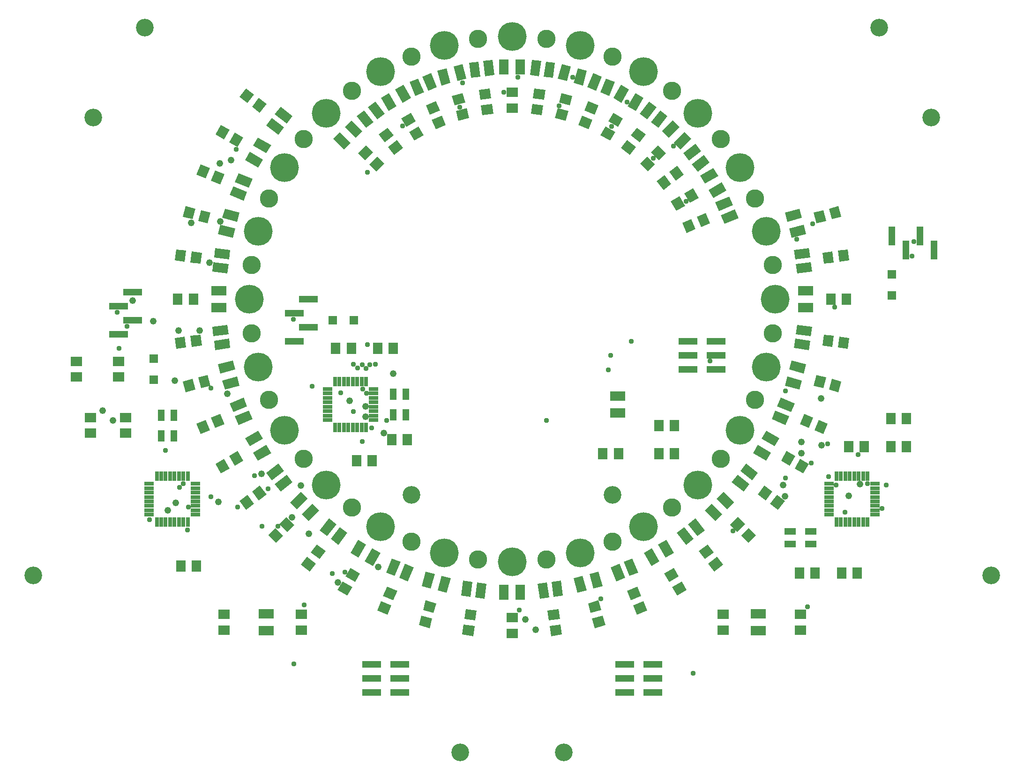
<source format=gbr>
G04 EAGLE Gerber RS-274X export*
G75*
%MOMM*%
%FSLAX34Y34*%
%LPD*%
%INSoldermask Top*%
%IPPOS*%
%AMOC8*
5,1,8,0,0,1.08239X$1,22.5*%
G01*
%ADD10C,3.203200*%
%ADD11C,3.303200*%
%ADD12C,5.203200*%
%ADD13R,0.753200X1.673200*%
%ADD14R,1.673200X0.753200*%
%ADD15R,2.800000X1.700000*%
%ADD16R,1.603200X1.603200*%
%ADD17R,2.006200X1.803200*%
%ADD18R,2.103200X1.303200*%
%ADD19R,1.803200X2.003200*%
%ADD20R,1.803200X2.006200*%
%ADD21R,1.303200X2.103200*%
%ADD22R,2.003200X1.803200*%
%ADD23R,2.743200X1.703200*%
%ADD24R,1.703200X2.743200*%
%ADD25R,3.505200X1.219200*%
%ADD26R,1.219200X3.505200*%
%ADD27C,1.219200*%
%ADD28C,0.959600*%


D10*
X-757016Y328810D03*
X-663266Y491190D03*
X663266Y491190D03*
X757016Y328810D03*
X865112Y-499473D03*
X-865112Y-499473D03*
X-93750Y-820000D03*
X93750Y-820000D03*
X-181775Y-353843D03*
X181775Y-353843D03*
D11*
X-470936Y62000D03*
X-438843Y181775D03*
X-376843Y289162D03*
X-289162Y376843D03*
X-181775Y438843D03*
X-62000Y470936D03*
X-62000Y-470936D03*
X-181775Y-438843D03*
X-289162Y-376843D03*
X-376843Y-289162D03*
X-438843Y-181775D03*
X-470936Y-62000D03*
X470936Y-62000D03*
X438843Y-181775D03*
X376843Y-289162D03*
X289162Y-376843D03*
X181775Y-438843D03*
X62000Y-470936D03*
X62000Y470936D03*
X181775Y438843D03*
X289162Y376843D03*
X376843Y289162D03*
X438843Y181775D03*
X470936Y62000D03*
D12*
X-475000Y0D03*
X-458815Y122939D03*
X-411362Y237500D03*
X-335876Y335876D03*
X-237500Y411362D03*
X-122939Y458815D03*
X0Y-475000D03*
X-122939Y-458815D03*
X-237500Y-411362D03*
X-335876Y-335876D03*
X-411362Y-237500D03*
X-458815Y-122939D03*
X475000Y0D03*
X458815Y-122939D03*
X411362Y-237500D03*
X335876Y-335876D03*
X237500Y-411362D03*
X122939Y-458815D03*
X0Y475000D03*
X122939Y458815D03*
X237500Y411362D03*
X335876Y335876D03*
X411362Y237500D03*
X458815Y122939D03*
D13*
X585956Y-403500D03*
X593956Y-403500D03*
X601956Y-403500D03*
X609956Y-403500D03*
X617956Y-403500D03*
X625956Y-403500D03*
X633956Y-403500D03*
X641956Y-403500D03*
D14*
X655656Y-389800D03*
X655656Y-381800D03*
X655656Y-373800D03*
X655656Y-365800D03*
X655656Y-357800D03*
X655656Y-349800D03*
X655656Y-341800D03*
X655656Y-333800D03*
D13*
X641956Y-320100D03*
X633956Y-320100D03*
X625956Y-320100D03*
X617956Y-320100D03*
X609956Y-320100D03*
X601956Y-320100D03*
X593956Y-320100D03*
X585956Y-320100D03*
D14*
X572256Y-333800D03*
X572256Y-341800D03*
X572256Y-349800D03*
X572256Y-357800D03*
X572256Y-365800D03*
X572256Y-373800D03*
X572256Y-381800D03*
X572256Y-389800D03*
D15*
X444500Y-599200D03*
X444500Y-569200D03*
D16*
X685800Y44400D03*
X685800Y6400D03*
D17*
X381000Y-569980D03*
X381000Y-598420D03*
X520700Y-569980D03*
X520700Y-598420D03*
D18*
X502200Y-443300D03*
X539200Y-420300D03*
X502200Y-420300D03*
X539200Y-443300D03*
D19*
X519400Y-495300D03*
X547400Y-495300D03*
X595600Y-495300D03*
X623600Y-495300D03*
X636300Y-266700D03*
X608300Y-266700D03*
X684500Y-266700D03*
X712500Y-266700D03*
X684500Y-215900D03*
X712500Y-215900D03*
D14*
X-333500Y-162500D03*
X-333500Y-170500D03*
X-333500Y-178500D03*
X-333500Y-186500D03*
X-333500Y-194500D03*
X-333500Y-202500D03*
X-333500Y-210500D03*
X-333500Y-218500D03*
D13*
X-319800Y-232200D03*
X-311800Y-232200D03*
X-303800Y-232200D03*
X-295800Y-232200D03*
X-287800Y-232200D03*
X-279800Y-232200D03*
X-271800Y-232200D03*
X-263800Y-232200D03*
D14*
X-250100Y-218500D03*
X-250100Y-210500D03*
X-250100Y-202500D03*
X-250100Y-194500D03*
X-250100Y-186500D03*
X-250100Y-178500D03*
X-250100Y-170500D03*
X-250100Y-162500D03*
D13*
X-263800Y-148800D03*
X-271800Y-148800D03*
X-279800Y-148800D03*
X-287800Y-148800D03*
X-295800Y-148800D03*
X-303800Y-148800D03*
X-311800Y-148800D03*
X-319800Y-148800D03*
D15*
X190500Y-205500D03*
X190500Y-175500D03*
D16*
X-285800Y-38100D03*
X-323800Y-38100D03*
D20*
X-290580Y-88900D03*
X-319020Y-88900D03*
X163580Y-279400D03*
X192020Y-279400D03*
D21*
X-191700Y-209000D03*
X-214700Y-172000D03*
X-214700Y-209000D03*
X-191700Y-172000D03*
D19*
X-252700Y-292100D03*
X-280700Y-292100D03*
X-217200Y-254000D03*
X-189200Y-254000D03*
X293400Y-228600D03*
X265400Y-228600D03*
X293400Y-279400D03*
X265400Y-279400D03*
X-242600Y-88900D03*
X-214600Y-88900D03*
D13*
X-585956Y-320100D03*
X-593956Y-320100D03*
X-601956Y-320100D03*
X-609956Y-320100D03*
X-617956Y-320100D03*
X-625956Y-320100D03*
X-633956Y-320100D03*
X-641956Y-320100D03*
D14*
X-655656Y-333800D03*
X-655656Y-341800D03*
X-655656Y-349800D03*
X-655656Y-357800D03*
X-655656Y-365800D03*
X-655656Y-373800D03*
X-655656Y-381800D03*
X-655656Y-389800D03*
D13*
X-641956Y-403500D03*
X-633956Y-403500D03*
X-625956Y-403500D03*
X-617956Y-403500D03*
X-609956Y-403500D03*
X-601956Y-403500D03*
X-593956Y-403500D03*
X-585956Y-403500D03*
D14*
X-572256Y-389800D03*
X-572256Y-381800D03*
X-572256Y-373800D03*
X-572256Y-365800D03*
X-572256Y-357800D03*
X-572256Y-349800D03*
X-572256Y-341800D03*
X-572256Y-333800D03*
D15*
X-444500Y-569200D03*
X-444500Y-599200D03*
D16*
X-647700Y-146000D03*
X-647700Y-108000D03*
D17*
X-381000Y-598420D03*
X-381000Y-569980D03*
X-520700Y-569980D03*
X-520700Y-598420D03*
D21*
X-633800Y-210100D03*
X-610800Y-247100D03*
X-610800Y-210100D03*
X-633800Y-247100D03*
D22*
X-762000Y-242600D03*
X-762000Y-214600D03*
X-698500Y-242600D03*
X-698500Y-214600D03*
D19*
X-570200Y-482600D03*
X-598200Y-482600D03*
D22*
X-711200Y-113000D03*
X-711200Y-141000D03*
X-787400Y-113000D03*
X-787400Y-141000D03*
D23*
G36*
X-66821Y-539610D02*
X-63240Y-512413D01*
X-46355Y-514636D01*
X-49936Y-541833D01*
X-66821Y-539610D01*
G37*
G36*
X-92003Y-536295D02*
X-88422Y-509098D01*
X-71537Y-511321D01*
X-75118Y-538518D01*
X-92003Y-536295D01*
G37*
D24*
X15000Y-530000D03*
X-15000Y-530000D03*
D20*
G36*
X-89989Y-606680D02*
X-87635Y-588803D01*
X-67745Y-591422D01*
X-70099Y-609299D01*
X-89989Y-606680D01*
G37*
G36*
X-86276Y-578483D02*
X-83922Y-560606D01*
X-64032Y-563225D01*
X-66386Y-581102D01*
X-86276Y-578483D01*
G37*
D17*
X0Y-575780D03*
X0Y-604220D03*
D23*
G36*
X75118Y-538518D02*
X71537Y-511321D01*
X88422Y-509098D01*
X92003Y-536295D01*
X75118Y-538518D01*
G37*
G36*
X49936Y-541833D02*
X46355Y-514636D01*
X63240Y-512413D01*
X66821Y-539610D01*
X49936Y-541833D01*
G37*
G36*
X146988Y-523510D02*
X139888Y-497014D01*
X156338Y-492606D01*
X163438Y-519102D01*
X146988Y-523510D01*
G37*
G36*
X118010Y-531275D02*
X110910Y-504779D01*
X127360Y-500371D01*
X134460Y-526867D01*
X118010Y-531275D01*
G37*
D20*
G36*
X70099Y-609299D02*
X67745Y-591422D01*
X87635Y-588803D01*
X89989Y-606680D01*
X70099Y-609299D01*
G37*
G36*
X66386Y-581102D02*
X64032Y-563225D01*
X83922Y-560606D01*
X86276Y-578483D01*
X66386Y-581102D01*
G37*
G36*
X156378Y-544856D02*
X161045Y-562273D01*
X141668Y-567466D01*
X137001Y-550049D01*
X156378Y-544856D01*
G37*
G36*
X163739Y-572327D02*
X168406Y-589744D01*
X149029Y-594937D01*
X144362Y-577520D01*
X163739Y-572327D01*
G37*
D23*
G36*
X211937Y-500726D02*
X201439Y-475384D01*
X217173Y-468866D01*
X227671Y-494208D01*
X211937Y-500726D01*
G37*
G36*
X188471Y-510446D02*
X177973Y-485104D01*
X193707Y-478586D01*
X204205Y-503928D01*
X188471Y-510446D01*
G37*
G36*
X277473Y-467629D02*
X263757Y-443873D01*
X278507Y-435357D01*
X292223Y-459113D01*
X277473Y-467629D01*
G37*
G36*
X251493Y-482629D02*
X237777Y-458873D01*
X252527Y-450357D01*
X266243Y-474113D01*
X251493Y-482629D01*
G37*
D20*
G36*
X225408Y-570395D02*
X218508Y-553736D01*
X237042Y-546059D01*
X243942Y-562718D01*
X225408Y-570395D01*
G37*
G36*
X214524Y-544119D02*
X207624Y-527460D01*
X226158Y-519783D01*
X233058Y-536442D01*
X214524Y-544119D01*
G37*
G36*
X292069Y-485817D02*
X301085Y-501432D01*
X283711Y-511463D01*
X274695Y-495848D01*
X292069Y-485817D01*
G37*
G36*
X306289Y-510447D02*
X315305Y-526062D01*
X297931Y-536093D01*
X288915Y-520478D01*
X306289Y-510447D01*
G37*
D23*
G36*
X334312Y-428811D02*
X317614Y-407049D01*
X331126Y-396681D01*
X347824Y-418443D01*
X334312Y-428811D01*
G37*
G36*
X314161Y-444274D02*
X297463Y-422512D01*
X310975Y-412144D01*
X327673Y-433906D01*
X314161Y-444274D01*
G37*
G36*
X389049Y-379880D02*
X369653Y-360484D01*
X381697Y-348440D01*
X401093Y-367836D01*
X389049Y-379880D01*
G37*
G36*
X367836Y-401093D02*
X348440Y-381697D01*
X360484Y-369653D01*
X379880Y-389049D01*
X367836Y-401093D01*
G37*
D20*
G36*
X365357Y-492619D02*
X354380Y-478314D01*
X370295Y-466101D01*
X381272Y-480406D01*
X365357Y-492619D01*
G37*
G36*
X348044Y-470056D02*
X337067Y-455751D01*
X352982Y-443538D01*
X363959Y-457843D01*
X348044Y-470056D01*
G37*
G36*
X407855Y-393670D02*
X420606Y-406421D01*
X406421Y-420606D01*
X393670Y-407855D01*
X407855Y-393670D01*
G37*
G36*
X427965Y-413780D02*
X440716Y-426531D01*
X426531Y-440716D01*
X413780Y-427965D01*
X427965Y-413780D01*
G37*
D23*
G36*
X433906Y-327673D02*
X412144Y-310975D01*
X422512Y-297463D01*
X444274Y-314161D01*
X433906Y-327673D01*
G37*
G36*
X418443Y-347824D02*
X396681Y-331126D01*
X407049Y-317614D01*
X428811Y-334312D01*
X418443Y-347824D01*
G37*
G36*
X474113Y-266243D02*
X450357Y-252527D01*
X458873Y-237777D01*
X482629Y-251493D01*
X474113Y-266243D01*
G37*
G36*
X459113Y-292223D02*
X435357Y-278507D01*
X443873Y-263757D01*
X467629Y-277473D01*
X459113Y-292223D01*
G37*
D20*
G36*
X480406Y-381272D02*
X466101Y-370295D01*
X478314Y-354380D01*
X492619Y-365357D01*
X480406Y-381272D01*
G37*
G36*
X457843Y-363959D02*
X443538Y-352982D01*
X455751Y-337067D01*
X470056Y-348044D01*
X457843Y-363959D01*
G37*
G36*
X495848Y-274695D02*
X511463Y-283711D01*
X501432Y-301085D01*
X485817Y-292069D01*
X495848Y-274695D01*
G37*
G36*
X520478Y-288915D02*
X536093Y-297931D01*
X526062Y-315305D01*
X510447Y-306289D01*
X520478Y-288915D01*
G37*
D23*
G36*
X503928Y-204205D02*
X478586Y-193707D01*
X485104Y-177973D01*
X510446Y-188471D01*
X503928Y-204205D01*
G37*
G36*
X494208Y-227671D02*
X468866Y-217173D01*
X475384Y-201439D01*
X500726Y-211937D01*
X494208Y-227671D01*
G37*
G36*
X526867Y-134460D02*
X500371Y-127360D01*
X504779Y-110910D01*
X531275Y-118010D01*
X526867Y-134460D01*
G37*
G36*
X519102Y-163438D02*
X492606Y-156338D01*
X497014Y-139888D01*
X523510Y-146988D01*
X519102Y-163438D01*
G37*
D20*
G36*
X562718Y-243942D02*
X546059Y-237042D01*
X553736Y-218508D01*
X570395Y-225408D01*
X562718Y-243942D01*
G37*
G36*
X536442Y-233058D02*
X519783Y-226158D01*
X527460Y-207624D01*
X544119Y-214524D01*
X536442Y-233058D01*
G37*
G36*
X550049Y-137001D02*
X567466Y-141668D01*
X562273Y-161045D01*
X544856Y-156378D01*
X550049Y-137001D01*
G37*
G36*
X577520Y-144362D02*
X594937Y-149029D01*
X589744Y-168406D01*
X572327Y-163739D01*
X577520Y-144362D01*
G37*
D23*
G36*
X539610Y-66821D02*
X512413Y-63240D01*
X514636Y-46355D01*
X541833Y-49936D01*
X539610Y-66821D01*
G37*
G36*
X536295Y-92003D02*
X509098Y-88422D01*
X511321Y-71537D01*
X538518Y-75118D01*
X536295Y-92003D01*
G37*
X530000Y15000D03*
X530000Y-15000D03*
D20*
G36*
X606680Y-89989D02*
X588803Y-87635D01*
X591422Y-67745D01*
X609299Y-70099D01*
X606680Y-89989D01*
G37*
G36*
X578483Y-86276D02*
X560606Y-83922D01*
X563225Y-64032D01*
X581102Y-66386D01*
X578483Y-86276D01*
G37*
X575780Y0D03*
X604220Y0D03*
D23*
G36*
X538518Y75118D02*
X511321Y71537D01*
X509098Y88422D01*
X536295Y92003D01*
X538518Y75118D01*
G37*
G36*
X541833Y49936D02*
X514636Y46355D01*
X512413Y63240D01*
X539610Y66821D01*
X541833Y49936D01*
G37*
G36*
X523510Y146988D02*
X497014Y139888D01*
X492606Y156338D01*
X519102Y163438D01*
X523510Y146988D01*
G37*
G36*
X531275Y118010D02*
X504779Y110910D01*
X500371Y127360D01*
X526867Y134460D01*
X531275Y118010D01*
G37*
D20*
G36*
X609299Y70099D02*
X591422Y67745D01*
X588803Y87635D01*
X606680Y89989D01*
X609299Y70099D01*
G37*
G36*
X581102Y66386D02*
X563225Y64032D01*
X560606Y83922D01*
X578483Y86276D01*
X581102Y66386D01*
G37*
G36*
X544856Y156378D02*
X562273Y161045D01*
X567466Y141668D01*
X550049Y137001D01*
X544856Y156378D01*
G37*
G36*
X572327Y163739D02*
X589744Y168406D01*
X594937Y149029D01*
X577520Y144362D01*
X572327Y163739D01*
G37*
D23*
G36*
X399099Y169842D02*
X373757Y159344D01*
X367239Y175078D01*
X392581Y185576D01*
X399099Y169842D01*
G37*
G36*
X408819Y146376D02*
X383477Y135878D01*
X376959Y151612D01*
X402301Y162110D01*
X408819Y146376D01*
G37*
G36*
X372367Y222473D02*
X348611Y208757D01*
X340095Y223507D01*
X363851Y237223D01*
X372367Y222473D01*
G37*
G36*
X387367Y196493D02*
X363611Y182777D01*
X355095Y197527D01*
X378851Y211243D01*
X387367Y196493D01*
G37*
D20*
G36*
X307291Y138141D02*
X323950Y145041D01*
X331627Y126507D01*
X314968Y119607D01*
X307291Y138141D01*
G37*
G36*
X333566Y149025D02*
X350225Y155925D01*
X357902Y137391D01*
X341243Y130491D01*
X333566Y149025D01*
G37*
G36*
X336907Y182931D02*
X321292Y173915D01*
X311261Y191289D01*
X326876Y200305D01*
X336907Y182931D01*
G37*
G36*
X312277Y168711D02*
X296662Y159695D01*
X286631Y177069D01*
X302246Y186085D01*
X312277Y168711D01*
G37*
D23*
G36*
X341542Y267348D02*
X319780Y250650D01*
X309412Y264162D01*
X331174Y280860D01*
X341542Y267348D01*
G37*
G36*
X357005Y247197D02*
X335243Y230499D01*
X324875Y244011D01*
X346637Y260709D01*
X357005Y247197D01*
G37*
G36*
X302098Y311267D02*
X282702Y291871D01*
X270658Y303915D01*
X290054Y323311D01*
X302098Y311267D01*
G37*
G36*
X323311Y290054D02*
X303915Y270658D01*
X291871Y282702D01*
X311267Y302098D01*
X323311Y290054D01*
G37*
D20*
G36*
X261067Y212967D02*
X275372Y223944D01*
X287585Y208029D01*
X273280Y197052D01*
X261067Y212967D01*
G37*
G36*
X283630Y230280D02*
X297935Y241257D01*
X310148Y225342D01*
X295843Y214365D01*
X283630Y230280D01*
G37*
G36*
X278081Y263896D02*
X265330Y251145D01*
X251145Y265330D01*
X263896Y278081D01*
X278081Y263896D01*
G37*
G36*
X257971Y243786D02*
X245220Y231035D01*
X231035Y245220D01*
X243786Y257971D01*
X257971Y243786D01*
G37*
D23*
G36*
X260709Y346637D02*
X244011Y324875D01*
X230499Y335243D01*
X247197Y357005D01*
X260709Y346637D01*
G37*
G36*
X280860Y331174D02*
X264162Y309412D01*
X250650Y319780D01*
X267348Y341542D01*
X280860Y331174D01*
G37*
G36*
X211243Y378851D02*
X197527Y355095D01*
X182777Y363611D01*
X196493Y387367D01*
X211243Y378851D01*
G37*
G36*
X237223Y363851D02*
X223507Y340095D01*
X208757Y348611D01*
X222473Y372367D01*
X237223Y363851D01*
G37*
D20*
G36*
X197052Y273280D02*
X208029Y287585D01*
X223944Y275372D01*
X212967Y261067D01*
X197052Y273280D01*
G37*
G36*
X214365Y295843D02*
X225342Y310148D01*
X241257Y297935D01*
X230280Y283630D01*
X214365Y295843D01*
G37*
G36*
X200305Y326876D02*
X191289Y311261D01*
X173915Y321292D01*
X182931Y336907D01*
X200305Y326876D01*
G37*
G36*
X186085Y302246D02*
X177069Y286631D01*
X159695Y296662D01*
X168711Y312277D01*
X186085Y302246D01*
G37*
D23*
G36*
X162110Y402301D02*
X151612Y376959D01*
X135878Y383477D01*
X146376Y408819D01*
X162110Y402301D01*
G37*
G36*
X185576Y392581D02*
X175078Y367239D01*
X159344Y373757D01*
X169842Y399099D01*
X185576Y392581D01*
G37*
G36*
X105990Y420615D02*
X98890Y394119D01*
X82440Y398527D01*
X89540Y425023D01*
X105990Y420615D01*
G37*
G36*
X134968Y412851D02*
X127868Y386355D01*
X111418Y390763D01*
X118518Y417259D01*
X134968Y412851D01*
G37*
D20*
G36*
X119607Y314968D02*
X126507Y331627D01*
X145041Y323950D01*
X138141Y307291D01*
X119607Y314968D01*
G37*
G36*
X130491Y341243D02*
X137391Y357902D01*
X155925Y350225D01*
X149025Y333566D01*
X130491Y341243D01*
G37*
G36*
X108877Y367581D02*
X104210Y350164D01*
X84833Y355357D01*
X89500Y372774D01*
X108877Y367581D01*
G37*
G36*
X101516Y340110D02*
X96849Y322693D01*
X77472Y327886D01*
X82139Y345303D01*
X101516Y340110D01*
G37*
D23*
G36*
X52463Y430552D02*
X48882Y403355D01*
X31997Y405578D01*
X35578Y432775D01*
X52463Y430552D01*
G37*
G36*
X77645Y427236D02*
X74064Y400039D01*
X57179Y402262D01*
X60760Y429459D01*
X77645Y427236D01*
G37*
D24*
X-15000Y420000D03*
X15000Y420000D03*
D20*
G36*
X34011Y335193D02*
X36365Y353070D01*
X56255Y350451D01*
X53901Y332574D01*
X34011Y335193D01*
G37*
G36*
X37724Y363390D02*
X40078Y381267D01*
X59968Y378648D01*
X57614Y360771D01*
X37724Y363390D01*
G37*
D17*
X0Y374220D03*
X0Y345780D03*
D23*
G36*
X-60760Y429459D02*
X-57179Y402262D01*
X-74064Y400039D01*
X-77645Y427236D01*
X-60760Y429459D01*
G37*
G36*
X-35578Y432775D02*
X-31997Y405578D01*
X-48882Y403355D01*
X-52463Y430552D01*
X-35578Y432775D01*
G37*
G36*
X-118518Y417259D02*
X-111418Y390763D01*
X-127868Y386355D01*
X-134968Y412851D01*
X-118518Y417259D01*
G37*
G36*
X-89540Y425023D02*
X-82440Y398527D01*
X-98890Y394119D01*
X-105990Y420615D01*
X-89540Y425023D01*
G37*
D20*
G36*
X-53901Y332574D02*
X-56255Y350451D01*
X-36365Y353070D01*
X-34011Y335193D01*
X-53901Y332574D01*
G37*
G36*
X-57614Y360771D02*
X-59968Y378648D01*
X-40078Y381267D01*
X-37724Y363390D01*
X-57614Y360771D01*
G37*
G36*
X-89500Y372774D02*
X-84833Y355357D01*
X-104210Y350164D01*
X-108877Y367581D01*
X-89500Y372774D01*
G37*
G36*
X-82139Y345303D02*
X-77472Y327886D01*
X-96849Y322693D01*
X-101516Y340110D01*
X-82139Y345303D01*
G37*
D23*
G36*
X-169842Y399099D02*
X-159344Y373757D01*
X-175078Y367239D01*
X-185576Y392581D01*
X-169842Y399099D01*
G37*
G36*
X-146376Y408819D02*
X-135878Y383477D01*
X-151612Y376959D01*
X-162110Y402301D01*
X-146376Y408819D01*
G37*
G36*
X-222473Y372367D02*
X-208757Y348611D01*
X-223507Y340095D01*
X-237223Y363851D01*
X-222473Y372367D01*
G37*
G36*
X-196493Y387367D02*
X-182777Y363611D01*
X-197527Y355095D01*
X-211243Y378851D01*
X-196493Y387367D01*
G37*
D20*
G36*
X-138141Y307291D02*
X-145041Y323950D01*
X-126507Y331627D01*
X-119607Y314968D01*
X-138141Y307291D01*
G37*
G36*
X-149025Y333566D02*
X-155925Y350225D01*
X-137391Y357902D01*
X-130491Y341243D01*
X-149025Y333566D01*
G37*
G36*
X-182931Y336907D02*
X-173915Y321292D01*
X-191289Y311261D01*
X-200305Y326876D01*
X-182931Y336907D01*
G37*
G36*
X-168711Y312277D02*
X-159695Y296662D01*
X-177069Y286631D01*
X-186085Y302246D01*
X-168711Y312277D01*
G37*
D23*
G36*
X-267348Y341542D02*
X-250650Y319780D01*
X-264162Y309412D01*
X-280860Y331174D01*
X-267348Y341542D01*
G37*
G36*
X-247197Y357005D02*
X-230499Y335243D01*
X-244011Y324875D01*
X-260709Y346637D01*
X-247197Y357005D01*
G37*
G36*
X-311267Y302098D02*
X-291871Y282702D01*
X-303915Y270658D01*
X-323311Y290054D01*
X-311267Y302098D01*
G37*
G36*
X-290054Y323311D02*
X-270658Y303915D01*
X-282702Y291871D01*
X-302098Y311267D01*
X-290054Y323311D01*
G37*
D20*
G36*
X-212967Y261067D02*
X-223944Y275372D01*
X-208029Y287585D01*
X-197052Y273280D01*
X-212967Y261067D01*
G37*
G36*
X-230280Y283630D02*
X-241257Y297935D01*
X-225342Y310148D01*
X-214365Y295843D01*
X-230280Y283630D01*
G37*
G36*
X-263896Y278081D02*
X-251145Y265330D01*
X-265330Y251145D01*
X-278081Y263896D01*
X-263896Y278081D01*
G37*
G36*
X-243786Y257971D02*
X-231035Y245220D01*
X-245220Y231035D01*
X-257971Y243786D01*
X-243786Y257971D01*
G37*
D23*
G36*
X-433906Y327673D02*
X-412144Y310975D01*
X-422512Y297463D01*
X-444274Y314161D01*
X-433906Y327673D01*
G37*
G36*
X-418443Y347824D02*
X-396681Y331126D01*
X-407049Y317614D01*
X-428811Y334312D01*
X-418443Y347824D01*
G37*
G36*
X-474113Y266243D02*
X-450357Y252527D01*
X-458873Y237777D01*
X-482629Y251493D01*
X-474113Y266243D01*
G37*
G36*
X-459113Y292223D02*
X-435357Y278507D01*
X-443873Y263757D01*
X-467629Y277473D01*
X-459113Y292223D01*
G37*
D20*
G36*
X-480406Y381272D02*
X-466101Y370295D01*
X-478314Y354380D01*
X-492619Y365357D01*
X-480406Y381272D01*
G37*
G36*
X-457843Y363959D02*
X-443538Y352982D01*
X-455751Y337067D01*
X-470056Y348044D01*
X-457843Y363959D01*
G37*
G36*
X-495848Y274695D02*
X-511463Y283711D01*
X-501432Y301085D01*
X-485817Y292069D01*
X-495848Y274695D01*
G37*
G36*
X-520478Y288915D02*
X-536093Y297931D01*
X-526062Y315305D01*
X-510447Y306289D01*
X-520478Y288915D01*
G37*
D23*
G36*
X-503928Y204205D02*
X-478586Y193707D01*
X-485104Y177973D01*
X-510446Y188471D01*
X-503928Y204205D01*
G37*
G36*
X-494208Y227671D02*
X-468866Y217173D01*
X-475384Y201439D01*
X-500726Y211937D01*
X-494208Y227671D01*
G37*
G36*
X-526867Y134460D02*
X-500371Y127360D01*
X-504779Y110910D01*
X-531275Y118010D01*
X-526867Y134460D01*
G37*
G36*
X-519102Y163438D02*
X-492606Y156338D01*
X-497014Y139888D01*
X-523510Y146988D01*
X-519102Y163438D01*
G37*
D20*
G36*
X-562718Y243942D02*
X-546059Y237042D01*
X-553736Y218508D01*
X-570395Y225408D01*
X-562718Y243942D01*
G37*
G36*
X-536442Y233058D02*
X-519783Y226158D01*
X-527460Y207624D01*
X-544119Y214524D01*
X-536442Y233058D01*
G37*
G36*
X-550049Y137001D02*
X-567466Y141668D01*
X-562273Y161045D01*
X-544856Y156378D01*
X-550049Y137001D01*
G37*
G36*
X-577520Y144362D02*
X-594937Y149029D01*
X-589744Y168406D01*
X-572327Y163739D01*
X-577520Y144362D01*
G37*
D23*
G36*
X-539610Y66821D02*
X-512413Y63240D01*
X-514636Y46355D01*
X-541833Y49936D01*
X-539610Y66821D01*
G37*
G36*
X-536295Y92003D02*
X-509098Y88422D01*
X-511321Y71537D01*
X-538518Y75118D01*
X-536295Y92003D01*
G37*
X-530000Y-15000D03*
X-530000Y15000D03*
D20*
G36*
X-606680Y89989D02*
X-588803Y87635D01*
X-591422Y67745D01*
X-609299Y70099D01*
X-606680Y89989D01*
G37*
G36*
X-578483Y86276D02*
X-560606Y83922D01*
X-563225Y64032D01*
X-581102Y66386D01*
X-578483Y86276D01*
G37*
X-575780Y0D03*
X-604220Y0D03*
D23*
G36*
X-538518Y-75118D02*
X-511321Y-71537D01*
X-509098Y-88422D01*
X-536295Y-92003D01*
X-538518Y-75118D01*
G37*
G36*
X-541833Y-49936D02*
X-514636Y-46355D01*
X-512413Y-63240D01*
X-539610Y-66821D01*
X-541833Y-49936D01*
G37*
G36*
X-523510Y-146988D02*
X-497014Y-139888D01*
X-492606Y-156338D01*
X-519102Y-163438D01*
X-523510Y-146988D01*
G37*
G36*
X-531275Y-118010D02*
X-504779Y-110910D01*
X-500371Y-127360D01*
X-526867Y-134460D01*
X-531275Y-118010D01*
G37*
D20*
G36*
X-609299Y-70099D02*
X-591422Y-67745D01*
X-588803Y-87635D01*
X-606680Y-89989D01*
X-609299Y-70099D01*
G37*
G36*
X-581102Y-66386D02*
X-563225Y-64032D01*
X-560606Y-83922D01*
X-578483Y-86276D01*
X-581102Y-66386D01*
G37*
G36*
X-544856Y-156378D02*
X-562273Y-161045D01*
X-567466Y-141668D01*
X-550049Y-137001D01*
X-544856Y-156378D01*
G37*
G36*
X-572327Y-163739D02*
X-589744Y-168406D01*
X-594937Y-149029D01*
X-577520Y-144362D01*
X-572327Y-163739D01*
G37*
D23*
G36*
X-500726Y-211937D02*
X-475384Y-201439D01*
X-468866Y-217173D01*
X-494208Y-227671D01*
X-500726Y-211937D01*
G37*
G36*
X-510446Y-188471D02*
X-485104Y-177973D01*
X-478586Y-193707D01*
X-503928Y-204205D01*
X-510446Y-188471D01*
G37*
G36*
X-467629Y-277473D02*
X-443873Y-263757D01*
X-435357Y-278507D01*
X-459113Y-292223D01*
X-467629Y-277473D01*
G37*
G36*
X-482629Y-251493D02*
X-458873Y-237777D01*
X-450357Y-252527D01*
X-474113Y-266243D01*
X-482629Y-251493D01*
G37*
D20*
G36*
X-570395Y-225408D02*
X-553736Y-218508D01*
X-546059Y-237042D01*
X-562718Y-243942D01*
X-570395Y-225408D01*
G37*
G36*
X-544119Y-214524D02*
X-527460Y-207624D01*
X-519783Y-226158D01*
X-536442Y-233058D01*
X-544119Y-214524D01*
G37*
G36*
X-485817Y-292069D02*
X-501432Y-301085D01*
X-511463Y-283711D01*
X-495848Y-274695D01*
X-485817Y-292069D01*
G37*
G36*
X-510447Y-306289D02*
X-526062Y-315305D01*
X-536093Y-297931D01*
X-520478Y-288915D01*
X-510447Y-306289D01*
G37*
D23*
G36*
X-428811Y-334312D02*
X-407049Y-317614D01*
X-396681Y-331126D01*
X-418443Y-347824D01*
X-428811Y-334312D01*
G37*
G36*
X-444274Y-314161D02*
X-422512Y-297463D01*
X-412144Y-310975D01*
X-433906Y-327673D01*
X-444274Y-314161D01*
G37*
G36*
X-379880Y-389049D02*
X-360484Y-369653D01*
X-348440Y-381697D01*
X-367836Y-401093D01*
X-379880Y-389049D01*
G37*
G36*
X-401093Y-367836D02*
X-381697Y-348440D01*
X-369653Y-360484D01*
X-389049Y-379880D01*
X-401093Y-367836D01*
G37*
D20*
G36*
X-492619Y-365357D02*
X-478314Y-354380D01*
X-466101Y-370295D01*
X-480406Y-381272D01*
X-492619Y-365357D01*
G37*
G36*
X-470056Y-348044D02*
X-455751Y-337067D01*
X-443538Y-352982D01*
X-457843Y-363959D01*
X-470056Y-348044D01*
G37*
G36*
X-393670Y-407855D02*
X-406421Y-420606D01*
X-420606Y-406421D01*
X-407855Y-393670D01*
X-393670Y-407855D01*
G37*
G36*
X-413780Y-427965D02*
X-426531Y-440716D01*
X-440716Y-426531D01*
X-427965Y-413780D01*
X-413780Y-427965D01*
G37*
D23*
G36*
X-327673Y-433906D02*
X-310975Y-412144D01*
X-297463Y-422512D01*
X-314161Y-444274D01*
X-327673Y-433906D01*
G37*
G36*
X-347824Y-418443D02*
X-331126Y-396681D01*
X-317614Y-407049D01*
X-334312Y-428811D01*
X-347824Y-418443D01*
G37*
G36*
X-266243Y-474113D02*
X-252527Y-450357D01*
X-237777Y-458873D01*
X-251493Y-482629D01*
X-266243Y-474113D01*
G37*
G36*
X-292223Y-459113D02*
X-278507Y-435357D01*
X-263757Y-443873D01*
X-277473Y-467629D01*
X-292223Y-459113D01*
G37*
D20*
G36*
X-381272Y-480406D02*
X-370295Y-466101D01*
X-354380Y-478314D01*
X-365357Y-492619D01*
X-381272Y-480406D01*
G37*
G36*
X-363959Y-457843D02*
X-352982Y-443538D01*
X-337067Y-455751D01*
X-348044Y-470056D01*
X-363959Y-457843D01*
G37*
G36*
X-274695Y-495848D02*
X-283711Y-511463D01*
X-301085Y-501432D01*
X-292069Y-485817D01*
X-274695Y-495848D01*
G37*
G36*
X-288915Y-520478D02*
X-297931Y-536093D01*
X-315305Y-526062D01*
X-306289Y-510447D01*
X-288915Y-520478D01*
G37*
D23*
G36*
X-204205Y-503928D02*
X-193707Y-478586D01*
X-177973Y-485104D01*
X-188471Y-510446D01*
X-204205Y-503928D01*
G37*
G36*
X-227671Y-494208D02*
X-217173Y-468866D01*
X-201439Y-475384D01*
X-211937Y-500726D01*
X-227671Y-494208D01*
G37*
G36*
X-134460Y-526867D02*
X-127360Y-500371D01*
X-110910Y-504779D01*
X-118010Y-531275D01*
X-134460Y-526867D01*
G37*
G36*
X-163438Y-519102D02*
X-156338Y-492606D01*
X-139888Y-497014D01*
X-146988Y-523510D01*
X-163438Y-519102D01*
G37*
D20*
G36*
X-243942Y-562718D02*
X-237042Y-546059D01*
X-218508Y-553736D01*
X-225408Y-570395D01*
X-243942Y-562718D01*
G37*
G36*
X-233058Y-536442D02*
X-226158Y-519783D01*
X-207624Y-527460D01*
X-214524Y-544119D01*
X-233058Y-536442D01*
G37*
G36*
X-137001Y-550049D02*
X-141668Y-567466D01*
X-161045Y-562273D01*
X-156378Y-544856D01*
X-137001Y-550049D01*
G37*
G36*
X-144362Y-577520D02*
X-149029Y-594937D01*
X-168406Y-589744D01*
X-163739Y-572327D01*
X-144362Y-577520D01*
G37*
D25*
X-368300Y0D03*
X-393700Y-25400D03*
X-368300Y-50800D03*
X-393700Y-76200D03*
X-685800Y12700D03*
X-711200Y-12700D03*
X-685800Y-38100D03*
X-711200Y-63500D03*
X254000Y-711200D03*
X203200Y-711200D03*
X254000Y-685800D03*
X203200Y-685800D03*
X254000Y-660400D03*
X203200Y-660400D03*
X317500Y-76200D03*
X368300Y-76200D03*
X317500Y-101600D03*
X368300Y-101600D03*
X317500Y-127000D03*
X368300Y-127000D03*
X-254000Y-660400D03*
X-203200Y-660400D03*
X-254000Y-685800D03*
X-203200Y-685800D03*
X-254000Y-711200D03*
X-203200Y-711200D03*
D26*
X685800Y114300D03*
X711200Y88900D03*
X736600Y114300D03*
X762000Y88900D03*
D27*
X608076Y-355473D03*
X628650Y-334899D03*
X558927Y-264033D03*
X557784Y-179451D03*
X42291Y-597789D03*
X24003Y-579501D03*
X492633Y-356616D03*
D28*
X-601218Y-340614D03*
X-713232Y-24003D03*
X601218Y-385191D03*
X722376Y77724D03*
X-626364Y-273177D03*
X-696087Y-49149D03*
X642366Y-333756D03*
X725805Y104013D03*
D27*
X-381762Y-337185D03*
X-366903Y-424053D03*
X-242316Y-484632D03*
X-314325Y-512064D03*
X-721233Y-219456D03*
X-739521Y-201168D03*
X-564642Y-57150D03*
X-602361Y-57150D03*
X-546354Y66294D03*
X-514350Y-171450D03*
X-579501Y138303D03*
X522351Y-278892D03*
X522351Y-258318D03*
X489204Y-336042D03*
X-648081Y-40005D03*
X-685800Y-2286D03*
X-265176Y-212598D03*
X-293751Y-184023D03*
X-214884Y-134874D03*
X-507492Y251460D03*
X-528066Y245745D03*
X-621792Y-381762D03*
X-608076Y-368046D03*
X-530352Y-366903D03*
X-452628Y-315468D03*
X-609219Y-147447D03*
X-397764Y-394335D03*
X-526923Y140589D03*
D28*
X-544068Y-357759D03*
X-465201Y-318897D03*
X-441198Y-342900D03*
X-376047Y-553212D03*
X173736Y-128016D03*
X-309753Y-169164D03*
X585216Y-336042D03*
X12573Y-562356D03*
X571500Y-321183D03*
X160020Y-541782D03*
X540639Y-296037D03*
X398907Y-419481D03*
X493776Y-323469D03*
X493776Y-165735D03*
X625221Y-281178D03*
X582930Y-14859D03*
X570357Y-261747D03*
X514350Y108585D03*
X542925Y136017D03*
X-262890Y-170307D03*
X314325Y177165D03*
X-246888Y-117729D03*
X254889Y254889D03*
X291465Y276606D03*
X-264033Y-125730D03*
X179451Y312039D03*
X208026Y356616D03*
X-270891Y-118872D03*
X84582Y349758D03*
X109728Y401193D03*
X-278892Y-124587D03*
X-14859Y373761D03*
X10287Y401193D03*
X-286893Y-117729D03*
X-94869Y347472D03*
X-89154Y390906D03*
X-286893Y-203454D03*
X-197739Y313182D03*
X-269748Y-162306D03*
X-257175Y-118872D03*
X-261747Y-82296D03*
X-261747Y229743D03*
X-594360Y-333756D03*
X-498348Y270891D03*
X-586359Y-417195D03*
X-709803Y-89154D03*
X-496062Y-376047D03*
X-544068Y-161163D03*
X-585216Y-376047D03*
X-422910Y-410337D03*
X-451485Y-410337D03*
X-324612Y-496062D03*
X-301752Y-493776D03*
X-361188Y-157734D03*
X-395478Y-36576D03*
D27*
X-232029Y-242316D03*
X-265176Y-194310D03*
D28*
X675513Y-336042D03*
X533781Y-556641D03*
X668655Y-378333D03*
X326898Y-676656D03*
X-226314Y-219456D03*
X61722Y-219456D03*
X178308Y-101727D03*
X-253746Y-233172D03*
X214884Y-76581D03*
X-270891Y-257175D03*
X357759Y-112014D03*
X-654939Y-398907D03*
X-394335Y-659511D03*
M02*

</source>
